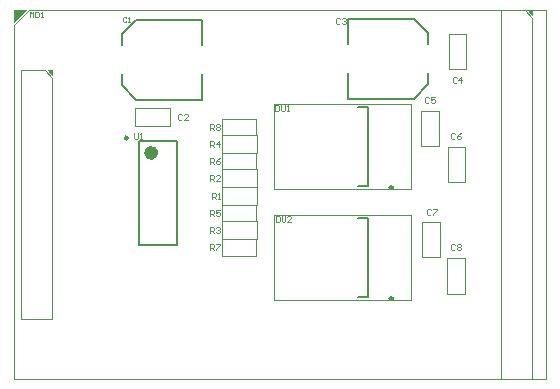
<source format=gto>
G04*
G04 #@! TF.GenerationSoftware,Altium Limited,Altium Designer,22.5.1 (42)*
G04*
G04 Layer_Color=65535*
%FSLAX44Y44*%
%MOMM*%
G71*
G04*
G04 #@! TF.SameCoordinates,51E17F9E-36CB-467A-9023-B1406ADC4060*
G04*
G04*
G04 #@! TF.FilePolarity,Positive*
G04*
G01*
G75*
%ADD10C,0.2500*%
%ADD11C,0.6000*%
%ADD12C,0.2000*%
%ADD13C,0.0500*%
%ADD14C,0.1000*%
G36*
X-8890Y194500D02*
X-19050Y184340D01*
Y194500D01*
X-8890D01*
D02*
G37*
G36*
X13250Y139390D02*
Y143200D01*
X9440D01*
X13250Y139390D01*
D02*
G37*
G36*
X419650Y190190D02*
Y194000D01*
X415840D01*
X419650Y190190D01*
D02*
G37*
D10*
X301700Y-49950D02*
G03*
X301700Y-49950I-1250J0D01*
G01*
Y44050D02*
G03*
X301700Y44050I-1250J0D01*
G01*
X77200Y85950D02*
G03*
X77200Y85950I-1250J0D01*
G01*
D11*
X100200Y73350D02*
G03*
X100200Y73350I-3000J0D01*
G01*
D12*
X72230Y164270D02*
Y173645D01*
X84605Y186020D01*
X72230Y130395D02*
X84605Y118020D01*
X72230Y130395D02*
Y139770D01*
X84605Y186020D02*
X140230D01*
Y164270D02*
Y186020D01*
Y118020D02*
Y139770D01*
X84605Y118020D02*
X140230D01*
X331750Y131325D02*
Y140700D01*
X319375Y118950D02*
X331750Y131325D01*
X319375Y186950D02*
X331750Y174575D01*
Y165200D02*
Y174575D01*
X263750Y118950D02*
X319375D01*
X263750D02*
Y140700D01*
Y165200D02*
Y186950D01*
X319375D01*
X271950Y18200D02*
X280950D01*
Y-48800D02*
Y18200D01*
X271950Y-48800D02*
X280950D01*
X271950Y112200D02*
X280950D01*
Y45200D02*
Y112200D01*
X271950Y45200D02*
X280950D01*
X87200Y-4650D02*
Y83350D01*
X119200Y-4650D02*
Y83350D01*
X87200D02*
X119200D01*
X87200Y-4650D02*
X119200D01*
D13*
X113500Y95950D02*
Y110950D01*
X83500Y95950D02*
Y110950D01*
Y95950D02*
X113500D01*
X83500Y110950D02*
X113500D01*
X349000Y174200D02*
X364000D01*
X349000Y144200D02*
X364000D01*
Y174200D01*
X349000Y144200D02*
Y174200D01*
X325970Y79020D02*
X340970D01*
X325970Y109020D02*
X340970D01*
X325970Y79020D02*
Y109020D01*
X340970Y79020D02*
Y109020D01*
X348175Y78475D02*
X363175D01*
X348175Y48475D02*
X363175D01*
Y78475D01*
X348175Y48475D02*
Y78475D01*
X326720Y-14900D02*
X341720D01*
X326720Y15100D02*
X341720D01*
X326720Y-14900D02*
Y15100D01*
X341720Y-14900D02*
Y15100D01*
X347800Y-15800D02*
X362800D01*
X347800Y-45800D02*
X362800D01*
Y-15800D01*
X347800Y-45800D02*
Y-15800D01*
X156770Y29220D02*
X186770D01*
X156770D02*
Y44220D01*
X186770D01*
Y29220D02*
Y44220D01*
X156770D02*
X186770D01*
X156770D02*
Y59220D01*
X186770D01*
Y44220D02*
Y59220D01*
X156770Y220D02*
X186770D01*
X156770D02*
Y15220D01*
X186770D01*
Y220D02*
Y15220D01*
X156770Y73220D02*
X186770D01*
X156770D02*
Y88220D01*
X186770D01*
Y73220D02*
Y88220D01*
X185770Y15220D02*
Y29220D01*
X156770D02*
X185770D01*
X156770Y15220D02*
Y29220D01*
Y15220D02*
X185770D01*
Y59220D02*
Y73220D01*
X156770D02*
X185770D01*
X156770Y59220D02*
Y73220D01*
Y59220D02*
X185770D01*
X156770Y-13780D02*
Y220D01*
Y-13780D02*
X185770D01*
Y220D01*
X156770D02*
X185770D01*
X156770Y88220D02*
Y102220D01*
Y88220D02*
X185770D01*
Y102220D01*
X156770D02*
X185770D01*
X201450Y-51550D02*
X317450D01*
X201450D02*
Y20950D01*
X317450D01*
Y-51550D02*
Y20950D01*
X201450Y42450D02*
X317450D01*
X201450D02*
Y114950D01*
X317450D01*
Y42450D02*
Y114950D01*
D14*
X13250Y139390D02*
Y143200D01*
X9440D02*
X13250D01*
X9440D02*
X13250Y139390D01*
X6900Y143200D02*
X13250Y136850D01*
Y-67000D02*
Y136850D01*
X-13250Y143200D02*
X6900Y143200D01*
X-13250Y-67000D02*
Y143200D01*
Y-67000D02*
X13250D01*
X-6350Y194500D02*
X431800D01*
X-19050Y-118300D02*
Y181800D01*
Y-118300D02*
X431800D01*
Y194500D01*
X-19050Y181800D02*
X-6350Y194500D01*
X-19050Y184340D02*
X-8890Y194500D01*
X-19050Y184340D02*
Y194500D01*
X-8890D01*
X393150Y-117800D02*
Y194000D01*
X419650Y190190D02*
Y194000D01*
X415840D02*
X419650D01*
X415840D02*
X419650Y190190D01*
X413300Y194000D02*
X419650Y187650D01*
Y-117800D02*
Y187650D01*
X393150Y194000D02*
X413300Y194000D01*
X393150Y-117800D02*
X419650D01*
X76250Y187866D02*
X75417Y188699D01*
X73751D01*
X72918Y187866D01*
Y184534D01*
X73751Y183701D01*
X75417D01*
X76250Y184534D01*
X77916Y183701D02*
X79582D01*
X78749D01*
Y188699D01*
X77916Y187866D01*
X123417Y105366D02*
X122584Y106199D01*
X120918D01*
X120085Y105366D01*
Y102034D01*
X120918Y101201D01*
X122584D01*
X123417Y102034D01*
X128415Y101201D02*
X125083D01*
X128415Y104533D01*
Y105366D01*
X127582Y106199D01*
X125916D01*
X125083Y105366D01*
X256917Y186366D02*
X256084Y187199D01*
X254418D01*
X253585Y186366D01*
Y183034D01*
X254418Y182201D01*
X256084D01*
X256917Y183034D01*
X258583Y186366D02*
X259416Y187199D01*
X261082D01*
X261915Y186366D01*
Y185533D01*
X261082Y184700D01*
X260249D01*
X261082D01*
X261915Y183867D01*
Y183034D01*
X261082Y182201D01*
X259416D01*
X258583Y183034D01*
X355667Y136866D02*
X354834Y137699D01*
X353168D01*
X352335Y136866D01*
Y133534D01*
X353168Y132701D01*
X354834D01*
X355667Y133534D01*
X359832Y132701D02*
Y137699D01*
X357333Y135200D01*
X360665D01*
X332357Y119616D02*
X331524Y120449D01*
X329858D01*
X329025Y119616D01*
Y116284D01*
X329858Y115451D01*
X331524D01*
X332357Y116284D01*
X337355Y120449D02*
X334023D01*
Y117950D01*
X335689Y118783D01*
X336522D01*
X337355Y117950D01*
Y116284D01*
X336522Y115451D01*
X334856D01*
X334023Y116284D01*
X354742Y89041D02*
X353909Y89874D01*
X352243D01*
X351410Y89041D01*
Y85709D01*
X352243Y84876D01*
X353909D01*
X354742Y85709D01*
X359740Y89874D02*
X358074Y89041D01*
X356408Y87375D01*
Y85709D01*
X357241Y84876D01*
X358907D01*
X359740Y85709D01*
Y86542D01*
X358907Y87375D01*
X356408D01*
X334147Y25246D02*
X333314Y26079D01*
X331648D01*
X330815Y25246D01*
Y21914D01*
X331648Y21081D01*
X333314D01*
X334147Y21914D01*
X335813Y26079D02*
X339145D01*
Y25246D01*
X335813Y21914D01*
Y21081D01*
X354367Y-4624D02*
X353534Y-3791D01*
X351868D01*
X351035Y-4624D01*
Y-7956D01*
X351868Y-8789D01*
X353534D01*
X354367Y-7956D01*
X356033Y-4624D02*
X356866Y-3791D01*
X358532D01*
X359365Y-4624D01*
Y-5457D01*
X358532Y-6290D01*
X359365Y-7123D01*
Y-7956D01*
X358532Y-8789D01*
X356866D01*
X356033Y-7956D01*
Y-7123D01*
X356866Y-6290D01*
X356033Y-5457D01*
Y-4624D01*
X356866Y-6290D02*
X358532D01*
X148850Y34236D02*
Y39234D01*
X151349D01*
X152182Y38401D01*
Y36735D01*
X151349Y35902D01*
X148850D01*
X150516D02*
X152182Y34236D01*
X153848D02*
X155514D01*
X154681D01*
Y39234D01*
X153848Y38401D01*
X147072Y49222D02*
Y54220D01*
X149571D01*
X150404Y53387D01*
Y51721D01*
X149571Y50888D01*
X147072D01*
X148738D02*
X150404Y49222D01*
X155402D02*
X152070D01*
X155402Y52554D01*
Y53387D01*
X154569Y54220D01*
X152903D01*
X152070Y53387D01*
X147072Y5280D02*
Y10278D01*
X149571D01*
X150404Y9445D01*
Y7779D01*
X149571Y6946D01*
X147072D01*
X148738D02*
X150404Y5280D01*
X152070Y9445D02*
X152903Y10278D01*
X154569D01*
X155402Y9445D01*
Y8612D01*
X154569Y7779D01*
X153736D01*
X154569D01*
X155402Y6946D01*
Y6113D01*
X154569Y5280D01*
X152903D01*
X152070Y6113D01*
X147072Y78178D02*
Y83176D01*
X149571D01*
X150404Y82343D01*
Y80677D01*
X149571Y79844D01*
X147072D01*
X148738D02*
X150404Y78178D01*
X154569D02*
Y83176D01*
X152070Y80677D01*
X155402D01*
X147072Y19758D02*
Y24756D01*
X149571D01*
X150404Y23923D01*
Y22257D01*
X149571Y21424D01*
X147072D01*
X148738D02*
X150404Y19758D01*
X155402Y24756D02*
X152070D01*
Y22257D01*
X153736Y23090D01*
X154569D01*
X155402Y22257D01*
Y20591D01*
X154569Y19758D01*
X152903D01*
X152070Y20591D01*
X147072Y63700D02*
Y68698D01*
X149571D01*
X150404Y67865D01*
Y66199D01*
X149571Y65366D01*
X147072D01*
X148738D02*
X150404Y63700D01*
X155402Y68698D02*
X153736Y67865D01*
X152070Y66199D01*
Y64533D01*
X152903Y63700D01*
X154569D01*
X155402Y64533D01*
Y65366D01*
X154569Y66199D01*
X152070D01*
X147072Y-9198D02*
Y-4200D01*
X149571D01*
X150404Y-5033D01*
Y-6699D01*
X149571Y-7532D01*
X147072D01*
X148738D02*
X150404Y-9198D01*
X152070Y-4200D02*
X155402D01*
Y-5033D01*
X152070Y-8365D01*
Y-9198D01*
X147072Y92656D02*
Y97654D01*
X149571D01*
X150404Y96821D01*
Y95155D01*
X149571Y94322D01*
X147072D01*
X148738D02*
X150404Y92656D01*
X152070Y96821D02*
X152903Y97654D01*
X154569D01*
X155402Y96821D01*
Y95988D01*
X154569Y95155D01*
X155402Y94322D01*
Y93489D01*
X154569Y92656D01*
X152903D01*
X152070Y93489D01*
Y94322D01*
X152903Y95155D01*
X152070Y95988D01*
Y96821D01*
X152903Y95155D02*
X154569D01*
X-5831Y187951D02*
Y192949D01*
X-4165Y191283D01*
X-2499Y192949D01*
Y187951D01*
X-833Y192949D02*
Y187951D01*
X1666D01*
X2499Y188784D01*
Y192116D01*
X1666Y192949D01*
X-833D01*
X4165Y187951D02*
X5831D01*
X4998D01*
Y192949D01*
X4165Y192116D01*
X202319Y114029D02*
Y109031D01*
X204818D01*
X205651Y109864D01*
Y113196D01*
X204818Y114029D01*
X202319D01*
X207317D02*
Y109864D01*
X208150Y109031D01*
X209816D01*
X210649Y109864D01*
Y114029D01*
X212315Y109031D02*
X213981D01*
X213148D01*
Y114029D01*
X212315Y113196D01*
X202526Y19889D02*
Y14891D01*
X205025D01*
X205858Y15724D01*
Y19056D01*
X205025Y19889D01*
X202526D01*
X207524D02*
Y15724D01*
X208357Y14891D01*
X210023D01*
X210856Y15724D01*
Y19889D01*
X215854Y14891D02*
X212522D01*
X215854Y18223D01*
Y19056D01*
X215021Y19889D01*
X213355D01*
X212522Y19056D01*
X82618Y90349D02*
Y86184D01*
X83451Y85351D01*
X85117D01*
X85950Y86184D01*
Y90349D01*
X87616Y85351D02*
X89282D01*
X88449D01*
Y90349D01*
X87616Y89516D01*
M02*

</source>
